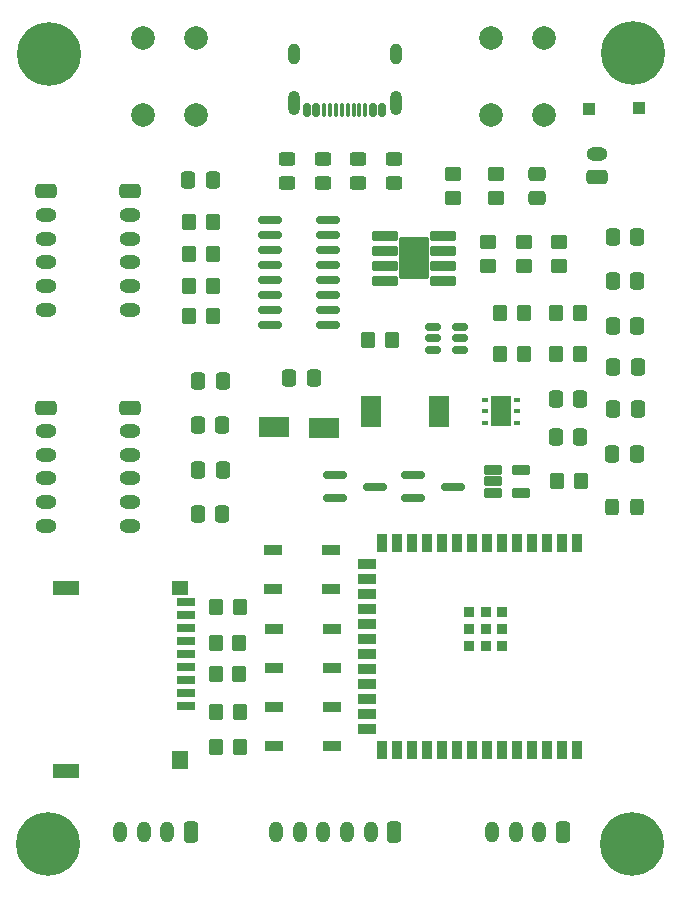
<source format=gbr>
%TF.GenerationSoftware,KiCad,Pcbnew,9.0.6*%
%TF.CreationDate,2026-01-19T20:12:22+07:00*%
%TF.ProjectId,ESP32S3_MOD_DEV,45535033-3253-4335-9f4d-4f445f444556,rev?*%
%TF.SameCoordinates,Original*%
%TF.FileFunction,Soldermask,Top*%
%TF.FilePolarity,Negative*%
%FSLAX46Y46*%
G04 Gerber Fmt 4.6, Leading zero omitted, Abs format (unit mm)*
G04 Created by KiCad (PCBNEW 9.0.6) date 2026-01-19 20:12:22*
%MOMM*%
%LPD*%
G01*
G04 APERTURE LIST*
G04 Aperture macros list*
%AMRoundRect*
0 Rectangle with rounded corners*
0 $1 Rounding radius*
0 $2 $3 $4 $5 $6 $7 $8 $9 X,Y pos of 4 corners*
0 Add a 4 corners polygon primitive as box body*
4,1,4,$2,$3,$4,$5,$6,$7,$8,$9,$2,$3,0*
0 Add four circle primitives for the rounded corners*
1,1,$1+$1,$2,$3*
1,1,$1+$1,$4,$5*
1,1,$1+$1,$6,$7*
1,1,$1+$1,$8,$9*
0 Add four rect primitives between the rounded corners*
20,1,$1+$1,$2,$3,$4,$5,0*
20,1,$1+$1,$4,$5,$6,$7,0*
20,1,$1+$1,$6,$7,$8,$9,0*
20,1,$1+$1,$8,$9,$2,$3,0*%
G04 Aperture macros list end*
%ADD10R,1.400000X1.200000*%
%ADD11R,2.200000X1.200000*%
%ADD12R,1.400000X1.600000*%
%ADD13R,1.600000X0.700000*%
%ADD14RoundRect,0.250000X-0.350000X-0.450000X0.350000X-0.450000X0.350000X0.450000X-0.350000X0.450000X0*%
%ADD15RoundRect,0.250000X0.450000X-0.350000X0.450000X0.350000X-0.450000X0.350000X-0.450000X-0.350000X0*%
%ADD16RoundRect,0.060300X-0.716700X-0.341700X0.716700X-0.341700X0.716700X0.341700X-0.716700X0.341700X0*%
%ADD17RoundRect,0.250000X-0.650000X0.350000X-0.650000X-0.350000X0.650000X-0.350000X0.650000X0.350000X0*%
%ADD18O,1.800000X1.200000*%
%ADD19RoundRect,0.250000X0.350000X0.650000X-0.350000X0.650000X-0.350000X-0.650000X0.350000X-0.650000X0*%
%ADD20O,1.200000X1.800000*%
%ADD21RoundRect,0.150000X-0.512500X-0.150000X0.512500X-0.150000X0.512500X0.150000X-0.512500X0.150000X0*%
%ADD22RoundRect,0.150000X0.150000X0.425000X-0.150000X0.425000X-0.150000X-0.425000X0.150000X-0.425000X0*%
%ADD23RoundRect,0.075000X0.075000X0.500000X-0.075000X0.500000X-0.075000X-0.500000X0.075000X-0.500000X0*%
%ADD24O,1.000000X2.100000*%
%ADD25O,1.000000X1.800000*%
%ADD26RoundRect,0.100500X-0.986500X-0.301500X0.986500X-0.301500X0.986500X0.301500X-0.986500X0.301500X0*%
%ADD27RoundRect,0.102000X-1.206500X-1.651000X1.206500X-1.651000X1.206500X1.651000X-1.206500X1.651000X0*%
%ADD28RoundRect,0.250000X0.450000X-0.325000X0.450000X0.325000X-0.450000X0.325000X-0.450000X-0.325000X0*%
%ADD29C,0.800000*%
%ADD30C,5.400000*%
%ADD31RoundRect,0.250000X-0.337500X-0.475000X0.337500X-0.475000X0.337500X0.475000X-0.337500X0.475000X0*%
%ADD32RoundRect,0.250000X0.325000X0.450000X-0.325000X0.450000X-0.325000X-0.450000X0.325000X-0.450000X0*%
%ADD33C,2.000000*%
%ADD34RoundRect,0.090000X-0.660000X-0.360000X0.660000X-0.360000X0.660000X0.360000X-0.660000X0.360000X0*%
%ADD35RoundRect,0.075500X-0.806500X-0.226500X0.806500X-0.226500X0.806500X0.226500X-0.806500X0.226500X0*%
%ADD36R,0.900000X1.500000*%
%ADD37R,1.500000X0.900000*%
%ADD38R,0.900000X0.900000*%
%ADD39RoundRect,0.150000X-0.825000X-0.150000X0.825000X-0.150000X0.825000X0.150000X-0.825000X0.150000X0*%
%ADD40RoundRect,0.250000X0.475000X-0.337500X0.475000X0.337500X-0.475000X0.337500X-0.475000X-0.337500X0*%
%ADD41R,1.000000X1.000000*%
%ADD42R,0.630000X0.450000*%
%ADD43R,1.700000X2.600000*%
%ADD44RoundRect,0.175000X-0.825000X-0.175000X0.825000X-0.175000X0.825000X0.175000X-0.825000X0.175000X0*%
%ADD45RoundRect,0.250000X0.650000X-0.350000X0.650000X0.350000X-0.650000X0.350000X-0.650000X-0.350000X0*%
%ADD46R,2.500000X1.700000*%
%ADD47RoundRect,0.250000X-0.450000X0.350000X-0.450000X-0.350000X0.450000X-0.350000X0.450000X0.350000X0*%
G04 APERTURE END LIST*
D10*
%TO.C,J7*%
X93137455Y-87750032D03*
D11*
X83537455Y-87750032D03*
D12*
X93137455Y-102350032D03*
D11*
X83537455Y-103250032D03*
D13*
X93637455Y-88950032D03*
X93637455Y-90050032D03*
X93637455Y-91150032D03*
X93637455Y-92250032D03*
X93637455Y-93350032D03*
X93637455Y-94450032D03*
X93637455Y-95550032D03*
X93637455Y-96650032D03*
X93637455Y-97750032D03*
%TD*%
D14*
%TO.C,R16*%
X96250000Y-98250000D03*
X98250000Y-98250000D03*
%TD*%
D15*
%TO.C,R1*%
X119250000Y-60500000D03*
X119250000Y-58500000D03*
%TD*%
D16*
%TO.C,U6*%
X119630000Y-77800000D03*
X119630000Y-78750000D03*
X119630000Y-79700000D03*
X122000000Y-79700000D03*
X122000000Y-77800000D03*
%TD*%
D17*
%TO.C,J3*%
X81800000Y-54200000D03*
D18*
X81800000Y-56200000D03*
X81800000Y-58200000D03*
X81800000Y-60200000D03*
X81800000Y-62200000D03*
X81800000Y-64200000D03*
%TD*%
D15*
%TO.C,R19*%
X119900000Y-54750000D03*
X119900000Y-52750000D03*
%TD*%
D19*
%TO.C,J6*%
X125600000Y-108400000D03*
D20*
X123600000Y-108400000D03*
X121600000Y-108400000D03*
X119600000Y-108400000D03*
%TD*%
D21*
%TO.C,U3*%
X114625000Y-65700000D03*
X114625000Y-66650000D03*
X114625000Y-67600000D03*
X116900000Y-67600000D03*
X116900000Y-66650000D03*
X116900000Y-65700000D03*
%TD*%
D17*
%TO.C,J9*%
X88900000Y-54200000D03*
D18*
X88900000Y-56200000D03*
X88900000Y-58200000D03*
X88900000Y-60200000D03*
X88900000Y-62200000D03*
X88900000Y-64200000D03*
%TD*%
D22*
%TO.C,J2*%
X110310000Y-47325000D03*
X109510000Y-47325000D03*
D23*
X108360000Y-47325000D03*
X107360000Y-47325000D03*
X106860000Y-47325000D03*
X105860000Y-47325000D03*
D22*
X104710000Y-47325000D03*
X103910000Y-47325000D03*
X103910000Y-47325000D03*
X104710000Y-47325000D03*
D23*
X105360000Y-47325000D03*
X106360000Y-47325000D03*
X107860000Y-47325000D03*
X108860000Y-47325000D03*
D22*
X109510000Y-47325000D03*
X110310000Y-47325000D03*
D24*
X111430000Y-46750000D03*
D25*
X111430000Y-42570000D03*
D24*
X102790000Y-46750000D03*
D25*
X102790000Y-42570000D03*
%TD*%
D26*
%TO.C,U2*%
X110500000Y-57940000D03*
X110500000Y-59210000D03*
X110500000Y-60480000D03*
X110500000Y-61750000D03*
X115450000Y-61750000D03*
X115450000Y-60480000D03*
X115450000Y-59210000D03*
X115450000Y-57940000D03*
D27*
X112975000Y-59845000D03*
%TD*%
D14*
%TO.C,R6*%
X93962500Y-56750000D03*
X95962500Y-56750000D03*
%TD*%
D28*
%TO.C,D1*%
X111250000Y-53500000D03*
X111250000Y-51450000D03*
%TD*%
D29*
%TO.C,H3*%
X79975000Y-109431900D03*
X80568109Y-108000009D03*
X80568109Y-110863791D03*
X82000000Y-107406900D03*
D30*
X82000000Y-109431900D03*
D29*
X82000000Y-111456900D03*
X83431891Y-108000009D03*
X83431891Y-110863791D03*
X84025000Y-109431900D03*
%TD*%
D31*
%TO.C,C9*%
X125000000Y-71750000D03*
X127075000Y-71750000D03*
%TD*%
D32*
%TO.C,IO2*%
X131825000Y-80900000D03*
X129775000Y-80900000D03*
%TD*%
D14*
%TO.C,R10*%
X125000000Y-64500000D03*
X127000000Y-64500000D03*
%TD*%
D33*
%TO.C,SW1*%
X119500000Y-47750000D03*
X124000000Y-47750000D03*
X119500000Y-41250000D03*
X124000000Y-41250000D03*
%TD*%
D31*
%TO.C,C8*%
X94712500Y-70250000D03*
X96787500Y-70250000D03*
%TD*%
D28*
%TO.C,D4*%
X105250000Y-53500000D03*
X105250000Y-51450000D03*
%TD*%
D34*
%TO.C,D8*%
X101100000Y-97850000D03*
X101100000Y-101150000D03*
X106000000Y-101150000D03*
X106000000Y-97850000D03*
%TD*%
D31*
%TO.C,C15*%
X94675000Y-81500000D03*
X96750000Y-81500000D03*
%TD*%
%TO.C,C3*%
X129825000Y-61800000D03*
X131900000Y-61800000D03*
%TD*%
D17*
%TO.C,J4*%
X81800000Y-72500000D03*
D18*
X81800000Y-74500000D03*
X81800000Y-76500000D03*
X81800000Y-78500000D03*
X81800000Y-80500000D03*
X81800000Y-82500000D03*
%TD*%
D14*
%TO.C,R4*%
X109100000Y-66800000D03*
X111100000Y-66800000D03*
%TD*%
D35*
%TO.C,Q3*%
X109320000Y-71825000D03*
X109320000Y-72475000D03*
X109320000Y-73125000D03*
X109320000Y-73775000D03*
X115080000Y-73775000D03*
X115080000Y-73125000D03*
X115080000Y-72475000D03*
X115080000Y-71825000D03*
%TD*%
D31*
%TO.C,C13*%
X94675000Y-74000000D03*
X96750000Y-74000000D03*
%TD*%
D33*
%TO.C,SW2*%
X90000000Y-47750000D03*
X94500000Y-47750000D03*
X90000000Y-41250000D03*
X94500000Y-41250000D03*
%TD*%
D31*
%TO.C,C2*%
X129825000Y-58100000D03*
X131900000Y-58100000D03*
%TD*%
D15*
%TO.C,R2*%
X122250000Y-60500000D03*
X122250000Y-58500000D03*
%TD*%
D14*
%TO.C,R7*%
X93962500Y-59500000D03*
X95962500Y-59500000D03*
%TD*%
D31*
%TO.C,C12*%
X129775000Y-76450000D03*
X131850000Y-76450000D03*
%TD*%
%TO.C,C1*%
X93862500Y-53200000D03*
X95937500Y-53200000D03*
%TD*%
%TO.C,C10*%
X129862500Y-69100000D03*
X131937500Y-69100000D03*
%TD*%
D28*
%TO.C,D3*%
X102250000Y-53525000D03*
X102250000Y-51475000D03*
%TD*%
D36*
%TO.C,U1*%
X126760000Y-84000000D03*
X125490000Y-84000000D03*
X124220000Y-84000000D03*
X122950000Y-84000000D03*
X121680000Y-84000000D03*
X120410000Y-84000000D03*
X119140000Y-84000000D03*
X117870000Y-84000000D03*
X116600000Y-84000000D03*
X115330000Y-84000000D03*
X114060000Y-84000000D03*
X112790000Y-84000000D03*
X111520000Y-84000000D03*
X110250000Y-84000000D03*
D37*
X109000000Y-85765000D03*
X109000000Y-87035000D03*
X109000000Y-88305000D03*
X109000000Y-89575000D03*
X109000000Y-90845000D03*
X109000000Y-92115000D03*
X109000000Y-93385000D03*
X109000000Y-94655000D03*
X109000000Y-95925000D03*
X109000000Y-97195000D03*
X109000000Y-98465000D03*
X109000000Y-99735000D03*
D36*
X110250000Y-101500000D03*
X111520000Y-101500000D03*
X112790000Y-101500000D03*
X114060000Y-101500000D03*
X115330000Y-101500000D03*
X116600000Y-101500000D03*
X117870000Y-101500000D03*
X119140000Y-101500000D03*
X120410000Y-101500000D03*
X121680000Y-101500000D03*
X122950000Y-101500000D03*
X124220000Y-101500000D03*
X125490000Y-101500000D03*
X126760000Y-101500000D03*
D38*
X120440000Y-89850000D03*
X119040000Y-89850000D03*
X117640000Y-89850000D03*
X117640000Y-89850000D03*
X120440000Y-91250000D03*
X120440000Y-91250000D03*
X119040000Y-91250000D03*
X117640000Y-91250000D03*
X120440000Y-92650000D03*
X119040000Y-92650000D03*
X117640000Y-92650000D03*
%TD*%
D39*
%TO.C,U5*%
X100750000Y-56630000D03*
X100750000Y-57900000D03*
X100750000Y-59170000D03*
X100750000Y-60440000D03*
X100750000Y-61710000D03*
X100750000Y-62980000D03*
X100750000Y-64250000D03*
X100750000Y-65520000D03*
X105700000Y-65520000D03*
X105700000Y-64250000D03*
X105700000Y-62980000D03*
X105700000Y-61710000D03*
X105700000Y-60440000D03*
X105700000Y-59170000D03*
X105700000Y-57900000D03*
X105700000Y-56630000D03*
%TD*%
D40*
%TO.C,C5*%
X123400000Y-54787500D03*
X123400000Y-52712500D03*
%TD*%
D31*
%TO.C,C7*%
X124962500Y-75000000D03*
X127037500Y-75000000D03*
%TD*%
D41*
%TO.C,G*%
X132000000Y-47100000D03*
%TD*%
D42*
%TO.C,U4*%
X118985000Y-71884000D03*
X118985000Y-72834000D03*
X118985000Y-73784000D03*
X121665000Y-73784000D03*
X121665000Y-72834000D03*
X121665000Y-71884000D03*
D43*
X120325000Y-72834000D03*
%TD*%
D44*
%TO.C,Q2*%
X112900000Y-78250000D03*
X112900000Y-80150000D03*
X116300000Y-79200000D03*
%TD*%
D14*
%TO.C,R11*%
X120250000Y-68000000D03*
X122250000Y-68000000D03*
%TD*%
%TO.C,R5*%
X125000000Y-68000000D03*
X127000000Y-68000000D03*
%TD*%
%TO.C,R13*%
X96250000Y-89400000D03*
X98250000Y-89400000D03*
%TD*%
D31*
%TO.C,C11*%
X129862500Y-72600000D03*
X131937500Y-72600000D03*
%TD*%
D14*
%TO.C,R20*%
X125100000Y-78700000D03*
X127100000Y-78700000D03*
%TD*%
D28*
%TO.C,D5*%
X108250000Y-53500000D03*
X108250000Y-51450000D03*
%TD*%
D31*
%TO.C,C14*%
X94712500Y-77750000D03*
X96787500Y-77750000D03*
%TD*%
D19*
%TO.C,J8*%
X111300000Y-108400000D03*
D20*
X109300000Y-108400000D03*
X107300000Y-108400000D03*
X105300000Y-108400000D03*
X103300000Y-108400000D03*
X101300000Y-108400000D03*
%TD*%
D14*
%TO.C,R15*%
X96200000Y-92400000D03*
X98200000Y-92400000D03*
%TD*%
D34*
%TO.C,D7*%
X101100000Y-91230000D03*
X101100000Y-94530000D03*
X106000000Y-94530000D03*
X106000000Y-91230000D03*
%TD*%
D45*
%TO.C,J1*%
X128475000Y-53000000D03*
D18*
X128475000Y-51000000D03*
%TD*%
D31*
%TO.C,C6*%
X102425000Y-70000000D03*
X104500000Y-70000000D03*
%TD*%
D46*
%TO.C,VBUS*%
X105350000Y-74200000D03*
X101100000Y-74150000D03*
%TD*%
D29*
%TO.C,H2*%
X80043100Y-42568100D03*
X80636209Y-41136209D03*
X80636209Y-43999991D03*
X82068100Y-40543100D03*
D30*
X82068100Y-42568100D03*
D29*
X82068100Y-44593100D03*
X83499991Y-41136209D03*
X83499991Y-43999991D03*
X84093100Y-42568100D03*
%TD*%
D31*
%TO.C,C4*%
X129825000Y-65600000D03*
X131900000Y-65600000D03*
%TD*%
D34*
%TO.C,D2*%
X101050000Y-84600000D03*
X101050000Y-87900000D03*
X105950000Y-87900000D03*
X105950000Y-84600000D03*
%TD*%
D44*
%TO.C,Q1*%
X106300000Y-78250000D03*
X106300000Y-80150000D03*
X109700000Y-79200000D03*
%TD*%
D29*
%TO.C,H1*%
X129475000Y-42500000D03*
X130068109Y-41068109D03*
X130068109Y-43931891D03*
X131500000Y-40475000D03*
D30*
X131500000Y-42500000D03*
D29*
X131500000Y-44525000D03*
X132931891Y-41068109D03*
X132931891Y-43931891D03*
X133525000Y-42500000D03*
%TD*%
D19*
%TO.C,J5*%
X94100000Y-108400000D03*
D20*
X92100000Y-108400000D03*
X90100000Y-108400000D03*
X88100000Y-108400000D03*
%TD*%
D14*
%TO.C,R8*%
X93962500Y-62250000D03*
X95962500Y-62250000D03*
%TD*%
D17*
%TO.C,J10*%
X88900000Y-72500000D03*
D18*
X88900000Y-74500000D03*
X88900000Y-76500000D03*
X88900000Y-78500000D03*
X88900000Y-80500000D03*
X88900000Y-82500000D03*
%TD*%
D15*
%TO.C,R3*%
X125250000Y-60500000D03*
X125250000Y-58500000D03*
%TD*%
D14*
%TO.C,R9*%
X93962500Y-64750000D03*
X95962500Y-64750000D03*
%TD*%
%TO.C,R17*%
X96250000Y-101200000D03*
X98250000Y-101200000D03*
%TD*%
D41*
%TO.C,B+*%
X127800000Y-47200000D03*
%TD*%
D29*
%TO.C,H4*%
X129406900Y-109431900D03*
X130000009Y-108000009D03*
X130000009Y-110863791D03*
X131431900Y-107406900D03*
D30*
X131431900Y-109431900D03*
D29*
X131431900Y-111456900D03*
X132863791Y-108000009D03*
X132863791Y-110863791D03*
X133456900Y-109431900D03*
%TD*%
D47*
%TO.C,R18*%
X116250000Y-52750000D03*
X116250000Y-54750000D03*
%TD*%
D14*
%TO.C,R12*%
X120250000Y-64500000D03*
X122250000Y-64500000D03*
%TD*%
%TO.C,R14*%
X96200000Y-95100000D03*
X98200000Y-95100000D03*
%TD*%
M02*

</source>
